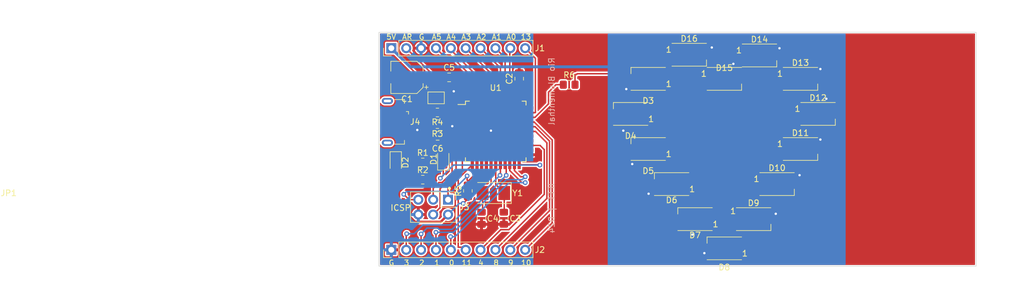
<source format=kicad_pcb>
(kicad_pcb (version 20240108) (generator "pcbnew") (generator_version "8.0")
  (layers (0 "F.Cu" signal) (31 "B.Cu" signal) (34 "B.Paste" user) (35 "F.Paste" user) (36 "B.SilkS" user "B.Silkscreen") (37 "F.SilkS" user "F.Silkscreen") (38 "B.Mask" user) (39 "F.Mask" user) (44 "Edge.Cuts" user))
  (net 0 "")
  (net 1 "+5V")
  (net 2 "GND")
  (net 3 "Net-(U1-XTAL1)")
  (net 4 "Net-(U1-XTAL2)")
  (net 5 "Net-(U1-UCAP)")
  (net 6 "/TXLED")
  (net 7 "/RXLED")
  (net 8 "/MISO")
  (net 9 "/SCK")
  (net 10 "/MOSI")
  (net 11 "/RESET")
  (net 12 "Net-(J4-VBUS)")
  (net 13 "/U_D-")
  (net 14 "/U_D+")
  (net 17 "/D+")
  (net 18 "/D-")
  (net 19 "/LED_DIN")
  (net 20 "/AREF")
  (net 21 "/A0")
  (net 22 "/A1")
  (net 23 "/A2")
  (net 24 "/A3")
  (net 25 "/A4")
  (net 26 "/A5")
  (net 28 "/D13")
  (net 29 "/D3")
  (net 30 "/D2")
  (net 31 "/D0")
  (net 32 "/D1")
  (net 33 "/D4")
  (net 34 "/D11")
  (net 36 "/D8")
  (net 37 "/D9")
  (net 39 "/D10")
  (net 40 "Net-(D1-A)")
  (net 41 "Net-(D2-A)")
  (net 42 "Net-(D3-DOUT)")
  (net 43 "Net-(D3-DIN)")
  (net 44 "Net-(D4-DOUT)")
  (net 45 "Net-(D5-DOUT)")
  (net 46 "Net-(D6-DOUT)")
  (net 47 "Net-(D7-DOUT)")
  (net 48 "Net-(D8-DOUT)")
  (net 49 "/D9_DOUT")
  (net 50 "Net-(D10-DOUT)")
  (net 51 "Net-(D11-DOUT)")
  (net 52 "Net-(D12-DOUT)")
  (net 53 "Net-(D13-DOUT)")
  (net 54 "Net-(D14-DOUT)")
  (net 55 "Net-(D15-DOUT)")
  (net 56 "/D16_DOUT")
  (footprint "LOGO" (layer "F.Cu") (at 125.95 162)
    (property "Reference" "G***" (hide yes))
    (property "Value" "LOGO" (hide yes))
  )
  (footprint "LED_SMD:LED_SK6812MINI_PLCC4_3.5x3.5mm_P1.75mm" (layer "F.Cu") (at 112 157.25)
    (property "Reference" "D9")
    (property "Value" "SK6812MINI")
  )
  (footprint "LED_SMD:LED_0805_2012Metric_Pad1.15x1.40mm_HandSolder" (layer "F.Cu") (at 50.885 147.573 -90)
    (property "Reference" "D2")
    (property "Value" "RX")
  )
  (footprint "LED_SMD:LED_SK6812MINI_PLCC4_3.5x3.5mm_P1.75mm" (layer "F.Cu") (at 120 133.25)
    (property "Reference" "D13")
    (property "Value" "SK6812MINI")
  )
  (footprint "LED_SMD:LED_SK6812MINI_PLCC4_3.5x3.5mm_P1.75mm" (layer "F.Cu") (at 102 157.25 180)
    (property "Reference" "D7")
    (property "Value" "SK6812MINI")
  )
  (footprint "Resistor_SMD:R_0805_2012Metric_Pad1.20x1.40mm_HandSolder" (layer "F.Cu") (at 63.204 152.415 90)
    (property "Reference" "R5")
    (property "Value" "10k")
  )
  (footprint "LED_SMD:LED_SK6812MINI_PLCC4_3.5x3.5mm_P1.75mm" (layer "F.Cu") (at 94 133.25 180)
    (property "Reference" "D3")
    (property "Value" "SK6812MINI")
  )
  (footprint "Jumper:SolderJumper-2_P1.3mm_Open_TrianglePad1.0x1.5mm" (layer "F.Cu") (at 57.775 136.5)
    (property "Reference" "JP1")
    (property "Value" "Jumper_2_Open")
  )
  (footprint "LED_SMD:LED_SK6812MINI_PLCC4_3.5x3.5mm_P1.75mm" (layer "F.Cu") (at 94 145.25 180)
    (property "Reference" "D5")
    (property "Value" "SK6812MINI")
  )
  (footprint "Resistor_SMD:R_0805_2012Metric_Pad1.20x1.40mm_HandSolder" (layer "F.Cu") (at 58 141 180)
    (property "Reference" "R3")
    (property "Value" "22")
  )
  (footprint "Resistor_SMD:R_0805_2012Metric_Pad1.20x1.40mm_HandSolder" (layer "F.Cu") (at 55.5 150.5)
    (property "Reference" "R2")
    (property "Value" "100")
  )
  (footprint "LED_SMD:LED_SK6812MINI_PLCC4_3.5x3.5mm_P1.75mm" (layer "F.Cu") (at 91 139.25 180)
    (property "Reference" "D4")
    (property "Value" "SK6812MINI")
  )
  (footprint "Capacitor_SMD:C_0805_2012Metric_Pad1.18x1.45mm_HandSolder" (layer "F.Cu") (at 69.342 157.099 -90)
    (property "Reference" "C3")
    (property "Value" "22pF")
  )
  (footprint "Resistor_SMD:R_0805_2012Metric_Pad1.20x1.40mm_HandSolder" (layer "F.Cu") (at 80.5 134.25)
    (property "Reference" "R6")
    (property "Value" "470")
  )
  (footprint "Connector_PinHeader_2.54mm:PinHeader_2x03_P2.54mm_Vertical" (layer "F.Cu") (at 59.817 153.924 -90)
    (property "Reference" "J3")
    (property "Value" "ICSP")
  )
  (footprint "Crystal:Crystal_SMD_5032-2Pin_5.0x3.2mm" (layer "F.Cu") (at 67.564 152.781 180)
    (property "Reference" "Y1")
    (property "Value" "16MHz")
  )
  (footprint "Resistor_SMD:R_0805_2012Metric_Pad1.20x1.40mm_HandSolder" (layer "F.Cu") (at 55.5 147.55)
    (property "Reference" "R1")
    (property "Value" "100")
  )
  (footprint "Capacitor_SMD:C_0805_2012Metric_Pad1.18x1.45mm_HandSolder" (layer "F.Cu") (at 71.967 133.222 90)
    (property "Reference" "C2")
    (property "Value" "1uF")
  )
  (footprint "LED_SMD:LED_SK6812MINI_PLCC4_3.5x3.5mm_P1.75mm" (layer "F.Cu") (at 98 151.25 180)
    (property "Reference" "D6")
    (property "Value" "SK6812MINI")
  )
  (footprint "Connector_PinHeader_2.54mm:PinHeader_1x10_P2.54mm_Vertical" (layer "F.Cu") (at 50.13 128 90)
    (property "Reference" "J1")
    (property "Value" "Conn_01x10")
  )
  (footprint "LOGO" (layer "F.Cu") (at 142.15 161.8)
    (property "Reference" "G***" (hide yes))
    (property "Value" "LOGO" (hide yes))
  )
  (footprint "Resistor_SMD:R_0805_2012Metric_Pad1.20x1.40mm_HandSolder" (layer "F.Cu") (at 58 139 180)
    (property "Reference" "R4")
    (property "Value" "22")
  )
  (footprint "Capacitor_SMD:CP_Elec_5x5.3" (layer "F.Cu") (at 52.8 133 180)
    (property "Reference" "C1")
    (property "Value" "100uF")
  )
  (footprint "Capacitor_SMD:C_0805_2012Metric_Pad1.18x1.45mm_HandSolder" (layer "F.Cu") (at 65.532 157.099 -90)
    (property "Reference" "C4")
    (property "Value" "22pF")
  )
  (footprint "Connector_PinHeader_2.54mm:PinHeader_1x10_P2.54mm_Vertical" (layer "F.Cu") (at 50.13 162.5 90)
    (property "Reference" "J2")
    (property "Value" "Conn_01x10")
  )
  (footprint "Connector_USB:USB_Micro-B_GCT_USB3076-30-A" (layer "F.Cu") (at 50.659 140.607 -90)
    (property "Reference" "J4")
    (property "Value" "USB_B_Micro")
  )
  (footprint "LED_SMD:LED_SK6812MINI_PLCC4_3.5x3.5mm_P1.75mm" (layer "F.Cu") (at 113 129.25)
    (property "Reference" "D14")
    (property "Value" "SK6812MINI")
  )
  (footprint "LED_SMD:LED_SK6812MINI_PLCC4_3.5x3.5mm_P1.75mm" (layer "F.Cu") (at 116 151.25)
    (property "Reference" "D10")
    (property "Value" "SK6812MINI")
  )
  (footprint "Capacitor_SMD:C_0805_2012Metric_Pad1.18x1.45mm_HandSolder" (layer "F.Cu") (at 60 133)
    (property "Reference" "C5")
    (property "Value" "0.1uF")
  )
  (footprint "Capacitor_SMD:C_0805_2012Metric_Pad1.18x1.45mm_HandSolder" (layer "F.Cu") (at 58.0375 143 180)
    (property "Reference" "C6")
    (property "Value" "1uF")
  )
  (footprint "LED_SMD:LED_SK6812MINI_PLCC4_3.5x3.5mm_P1.75mm" (layer "F.Cu") (at 120 145.25)
    (property "Reference" "D11")
    (property "Value" "SK6812MINI")
  )
  (footprint "LED_SMD:LED_SK6812MINI_PLCC4_3.5x3.5mm_P1.75mm" (layer "F.Cu") (at 123 139.25)
    (property "Reference" "D12")
    (property "Value" "SK6812MINI")
  )
  (footprint "LED_SMD:LED_SK6812MINI_PLCC4_3.5x3.5mm_P1.75mm" (layer "F.Cu") (at 107 162.25 180)
    (property "Reference" "D8")
    (property "Value" "SK6812MINI")
  )
  (footprint "LED_SMD:LED_0805_2012Metric_Pad1.15x1.40mm_HandSolder" (layer "F.Cu") (at 59 147 90)
    (property "Reference" "D1")
    (property "Value" "TX")
  )
  (footprint "LED_SMD:LED_SK6812MINI_PLCC4_3.5x3.5mm_P1.75mm" (layer "F.Cu") (at 101 129.125)
    (property "Reference" "D16")
    (property "Value" "SK6812MINI")
  )
  (footprint "Package_QFP:TQFP-44_10x10mm_P0.8mm" (layer "F.Cu") (at 67.96 142.24)
    (property "Reference" "U1")
    (property "Value" "ATmega32U4-A")
  )
  (footprint "LED_SMD:LED_SK6812MINI_PLCC4_3.5x3.5mm_P1.75mm" (layer "F.Cu") (at 107 133.25)
    (property "Reference" "D15")
    (property "Value" "SK6812MINI")
  )
  (gr_rect (start 48.006 125.292) (end 150.006 165.292) (stroke (width 0.1)) (fill none) (layer "Edge.Cuts"))
  (gr_text "IEEE | D24" (at 78.1 151 90) (layer "B.SilkS") (effects (font (size 1 1)) (justify left bottom mirror)))
  (gr_text "Rio Blumenthal" (at 78.1 129.5 90) (layer "B.SilkS") (effects (font (size 1 1) (thickness 0.15) (bold yes)) (justify left bottom mirror)))
  (gr_text "." (at 59.45 152.25 0) (layer "F.SilkS") (effects (font (size 1.5 1.5) (thickness 0.375) (bold yes)) (justify left bottom)))
  (gr_text "8" (at 67.5 165.25 0) (layer "F.SilkS") (effects (font (size 0.9 0.9)) (justify left bottom)))
  (gr_text "1" (at 57.4 165.25 0) (layer "F.SilkS") (effects (font (size 0.9 0.9)) (justify left bottom)))
  (gr_text "13" (at 72.15 126.6 0) (layer "F.SilkS") (effects (font (size 0.9 0.9)) (justify left bottom)))
  (gr_text "ICSP" (at 49.9 155.9 0) (layer "F.SilkS") (effects (font (size 1 1)) (justify left bottom)))
  (gr_text "A3" (at 62 126.6 0) (layer "F.SilkS") (effects (font (size 0.9 0.9)) (justify left bottom)))
  (gr_text "A2" (at 64.6 126.6 0) (layer "F.SilkS") (effects (font (size 0.9 0.9)) (justify left bottom)))
  (gr_text "9" (at 70 165.25 0) (layer "F.SilkS") (effects (font (size 0.9 0.9)) (justify left bottom)))
  (gr_text "A5" (at 56.95 126.6 0) (layer "F.SilkS") (effects (font (size 0.9 0.9)) (justify left bottom)))
  (gr_text "AR" (at 51.9 126.6 0) (layer "F.SilkS") (effects (font (size 0.9 0.9)) (justify left bottom)))
  (gr_text "3" (at 52.2 165.25 0) (layer "F.SilkS") (effects (font (size 0.9 0.9)) (justify left bottom)))
  (gr_text "4" (at 64.9 165.25 0) (layer "F.SilkS") (effects (font (size 0.9 0.9)) (justify left bottom)))
  (gr_text "5V" (at 49.2 126.6 0) (layer "F.SilkS") (effects (font (size 0.9 0.9)) (justify left bottom)))
  (gr_text "A0" (at 69.7 126.6 0) (layer "F.SilkS") (effects (font (size 0.9 0.9)) (justify left bottom)))
  (gr_text "G" (at 54.75 126.6 0) (layer "F.SilkS") (effects (font (size 0.9 0.9)) (justify left bottom)))
  (gr_text "A4" (at 59.45 126.6 0) (layer "F.SilkS") (effects (font (size 0.9 0.9)) (justify left bottom)))
  (gr_text "A1" (at 67.2 126.6 0) (layer "F.SilkS") (effects (font (size 0.9 0.9)) (justify left bottom)))
  (gr_text "G" (at 49.6 165.25 0) (layer "F.SilkS") (effects (font (size 0.9 0.9)) (justify left bottom)))
  (gr_text "10" (at 72.2 165.25 0) (layer "F.SilkS") (effects (font (size 0.9 0.9)) (justify left bottom)))
  (gr_text "0" (at 59.9 165.25 0) (layer "F.SilkS") (effects (font (size 0.9 0.9)) (justify left bottom)))
  (gr_text "2" (at 54.8 165.25 0) (layer "F.SilkS") (effects (font (size 0.9 0.9)) (justify left bottom)))
  (gr_text "11" (at 62.05 165.25 0) (layer "F.SilkS") (effects (font (size 0.9 0.9)) (justify left bottom)))
  (segment (start 63.96 138.34) (end 63.96 136.54) (width 0.25) (layer "F.Cu") (net 1))
  (segment (start 94.847 152.125) (end 94.065 152.907) (width 0.25) (layer "F.Cu") (net 1))
  (segment (start 104.498 128.25) (end 104.86 127.888) (width 0.25) (layer "F.Cu") (net 1))
  (segment (start 56.5 150.5) (end 55.4 151.6) (width 0.4) (layer "F.Cu") (net 1))
  (segment (start 96.25 152.125) (end 94.847 152.125) (width 0.25) (layer "F.Cu") (net 1))
  (segment (start 113.75 156.375) (end 115.743 156.375) (width 0.25) (layer "F.Cu") (net 1))
  (segment (start 51.45 152.596) (end 51.45 154.996) (width 0.4) (layer "F.Cu") (net 1))
  (segment (start 50.13 128) (end 50.13 128.13) (width 0.25) (layer "F.Cu") (net 1))
  (segment (start 71.96 136.54) (end 71.96 144.74) (width 0.25) (layer "F.Cu") (net 1))
  (segment (start 63.26 139.04) (end 63.96 138.34) (width 0.25) (layer "F.Cu") (net 1))
  (segment (start 124.75 138.375) (end 124.75 136.983) (width 0.25) (layer "F.Cu") (net 1))
  (segment (start 56.5 147.55) (end 56.5 150.5) (width 0.4) (layer "F.Cu") (net 1))
  (segment (start 71.96 136.54) (end 71.96 134.2665) (width 0.25) (layer "F.Cu") (net 1))
  (segment (start 63.023 143.04) (end 62.26 143.04) (width 0.25) (layer "F.Cu") (net 1))
  (segment (start 119.203 150.375) (end 119.846 149.732) (width 0.25) (layer "F.Cu") (net 1))
  (segment (start 100.25 158.125) (end 100.25 158.584) (width 0.25) (layer "F.Cu") (net 1))
  (segment (start 56.5 133) (end 58.5 135) (width 0.25) (layer "F.Cu") (net 1))
  (segment (start 50.13 128.13) (end 55 133) (width 0.25) (layer "F.Cu") (net 1))
  (segment (start 55.4 151.6) (end 52.446 151.6) (width 0.4) (layer "F.Cu") (net 1))
  (segment (start 62.26 139.04) (end 63.26 139.04) (width 0.25) (layer "F.Cu") (net 1))
  (segment (start 62.26 143.04) (end 63.26 143.04) (width 0.25) (layer "F.Cu") (net 1))
  (segment (start 55 133) (end 56.5 133) (width 0.25) (layer "F.Cu") (net 1))
  (segment (start 63.335 139.115) (end 63.335 142.728) (width 0.25) (layer "F.Cu") (net 1))
  (segment (start 122.663 144.375) (end 123.402 143.636) (width 0.25) (layer "F.Cu") (net 1))
  (segment (start 105.25 163.125) (end 103.648 163.125) (width 0.25) (layer "F.Cu") (net 1))
  (segment (start 63.335 142.728) (end 63.023 143.04) (width 0.25) (layer "F.Cu") (net 1))
  (segment (start 62.962042 154) (end 63.25 154) (width 0.25) (layer "F.Cu") (net 1))
  (segment (start 89.25 140.125) (end 89.25 141.615) (width 0.25) (layer "F.Cu") (net 1))
  (segment (start 102.75 128.25) (end 104.498 128.25) (width 0.25) (layer "F.Cu") (net 1))
  (segment (start 71.885 137.615) (end 64.035 137.615) (width 0.25) (layer "F.Cu") (net 1))
  (segment (start 52.446 151.6) (end 51.45 152.596) (width 0.4) (layer "F.Cu") (net 1))
  (segment (start 100.25 158.584) (end 101.558 159.892) (width 0.25) (layer "F.Cu") (net 1))
  (segment (start 58.5 136.5) (end 61.04 139.04) (width 0.25) (layer "F.Cu") (net 1))
  (segment (start 63.96 137.54) (end 63.96 136.54) (width 0.25) (layer "F.Cu") (net 1))
  (segment (start 51.45 154.996) (end 54.168 157.714) (width 0.4) (layer "F.Cu") (net 1))
  (segment (start 92.25 146.125) (end 92.25 146.848) (width 0.25) (layer "F.Cu") (net 1))
  (segment (start 58.5 135) (end 58.5 136.5) (width 0.25) (layer "F.Cu") (net 1))
  (segment (start 108.75 130.889) (end 108.543 130.682) (width 0.25) (layer "F.Cu") (net 1))
  (segment (start 64.035 137.615) (end 63.96 137.54) (width 0.25) (layer "F.Cu") (net 1))
  (segment (start 63.26 139.04) (end 63.335 139.115) (width 0.25) (layer "F.Cu") (net 1))
  (segment (start 63.26 143.04) (end 65.56 145.34) (width 0.25) (layer "F.Cu") (net 1))
  (segment (start 121.75 132.375) (end 122.598 132.375) (width 0.25) (layer "F.Cu") (net 1))
  (segment (start 65.56 150.085) (end 65.56 147.94) (width 0.25) (layer "F.Cu") (net 1))
  (segment (start 115.743 156.375) (end 115.782 156.336) (width 0.25) (layer "F.Cu") (net 1))
  (segment (start 124.75 136.983) (end 124.418 136.651) (width 0.25) (layer "F.Cu") (net 1))
  (segment (start 54.168 157.714) (end 58.567 157.714) (width 0.4) (layer "F.Cu") (net 1))
  (segment (start 91.13 134.125) (end 90.255 135) (width 0.25) (layer "F.Cu") (net 1))
  (segment (start 117.75 150.375) (end 119.203 150.375) (width 0.25) (layer "F.Cu") (net 1))
  (segment (start 62.404042 154.558) (end 62.962042 154) (width 0.25) (layer "F.Cu") (net 1))
  (segment (start 64.275 151.37) (end 65.56 150.085) (width 0.25) (layer "F.Cu") (net 1))
  (segment (start 71.96 137.54) (end 71.885 137.615) (width 0.25) (layer "F.Cu") (net 1))
  (segment (start 92.25 134.125) (end 91.13 134.125) (width 0.25) (layer "F.Cu") (net 1))
  (segment (start 65.56 145.34) (end 65.56 147.94) (width 0.25) (layer "F.Cu") (net 1))
  (segment (start 58.567 157.714) (end 59.817 156.464) (width 0.4) (layer "F.Cu") (net 1))
  (segment (start 71.96 136.54) (end 71.96 137.54) (width 0.25) (layer "F.Cu") (net 1))
  (segment (start 103.648 163.125) (end 103.59 163.067) (width 0.25) (layer "F.Cu") (net 1))
  (segment (start 114.75 128.375) (end 116.057 128.375) (width 0.25) (layer "F.Cu") (net 1))
  (segment (start 121.75 144.375) (end 122.663 144.375) (width 0.25) (layer "F.Cu") (net 1))
  (segment (start 122.598 132.375) (end 123.402 131.571) (width 0.25) (layer "F.Cu") (net 1))
  (segment (start 71.96 144.74) (end 72.66 145.44) (width 0.25) (layer "F.Cu") (net 1))
  (segment (start 63.25 154) (end 64.275 152.975) (width 0.25) (layer "F.Cu") (net 1))
  (segment (start 116.057 128.375) (end 116.417 128.015) (width 0.25) (layer "F.Cu") (net 1))
  (segment (start 108.75 132.375) (end 108.75 130.889) (width 0.25) (layer "F.Cu") (net 1))
  (segment (start 61.04 139.04) (end 62.26 139.04) (width 0.25) (layer "F.Cu") (net 1))
  (segment (start 71.96 134.2665) (end 71.967 134.2595) (width 0.25) (layer "F.Cu") (net 1))
  (segment (start 72.66 145.44) (end 73.66 145.44) (width 0.25) (layer "F.Cu") (net 1))
  (segment (start 92.25 146.848) (end 91.271 147.827) (width 0.25) (layer "F.Cu") (net 1))
  (segment (start 89.25 141.615) (end 89.747 142.112) (width 0.25) (layer "F.Cu") (net 1))
  (segment (start 64.275 152.975) (end 64.275 151.37) (width 0.25) (layer "F.Cu") (net 1))
  (via (at 103.59 163.067) (size 0.8) (drill 0.4) (layers "F.Cu" "B.Cu") (net 1))
  (via (at 115.782 156.336) (size 0.8) (drill 0.4) (layers "F.Cu" "B.Cu") (net 1))
  (via (at 90.255 135) (size 0.8) (drill 0.4) (layers "F.Cu" "B.Cu") (net 1))
  (via (at 104.86 127.888) (size 0.8) (drill 0.4) (layers "F.Cu" "B.Cu") (net 1))
  (via (at 108.543 130.682) (size 0.8) (drill 0.4) (layers "F.Cu" "B.Cu") (net 1))
  (via (at 123.402 143.636) (size 0.8) (drill 0.4) (layers "F.Cu" "B.Cu") (net 1))
  (via (at 62.404042 154.558) (size 0.8) (drill 0.4) (layers "F.Cu" "B.Cu") (net 1))
  (via (at 116.417 128.015) (size 0.8) (drill 0.4) (layers "F.Cu" "B.Cu") (net 1))
  (via (at 89.747 142.112) (size 0.8) (drill 0.4) (layers "F.Cu" "B.Cu") (net 1))
  (via (at 94.065 152.907) (size 0.8) (drill 0.4) (layers "F.Cu" "B.Cu") (net 1))
  (via (at 124.418 136.651) (size 0.8) (drill 0.4) (layers "F.Cu" "B.Cu") (net 1))
  (via (at 101.558 159.892) (size 0.8) (drill 0.4) (layers "F.Cu" "B.Cu") (net 1))
  (via (at 119.846 149.732) (size 0.8) (drill 0.4) (layers "F.Cu" "B.Cu") (net 1))
  (via (at 91.271 147.827) (size 0.8) (drill 0.4) (layers "F.Cu" "B.Cu") (net 1))
  (via (at 123.402 131.571) (size 0.8) (drill 0.4) (layers "F.Cu" "B.Cu") (net 1))
  (segment (start 116.417 128.015) (end 116.544 128.142) (width 0.25) (layer "B.Cu") (net 1))
  (segment (start 53.32 131.19) (end 88.096 131.19) (width 0.5) (layer "B.Cu") (net 1))
  (segment (start 61.723 154.558) (end 59.817 156.464) (width 0.25) (layer "B.Cu") (net 1))
  (segment (start 62.404042 154.558) (end 61.723 154.558) (width 0.25) (layer "B.Cu") (net 1))
  (segment (start 108.543 130.682) (end 108.797 130.428) (width 0.25) (layer "B.Cu") (net 1))
  (segment (start 50.13 128) (end 53.32 131.19) (width 0.5) (layer "B.Cu") (net 1))
  (via (at 67.141 142.112) (size 0.8) (drill 0.4) (layers "F.Cu" "B.Cu") (net 2))
  (via (at 54.563 141.996) (size 0.8) (drill 0.4) (layers "F.Cu" "B.Cu") (net 2))
  (via (at 60.791 135.381) (size 0.8) (drill 0.4) (layers "F.Cu" "B.Cu") (net 2))
  (via (at 60.537 141.35) (size 0.8) (drill 0.4) (layers "F.Cu" "B.Cu") (net 2))
  (segment (start 69.414 155.9895) (end 69.342 156.0615) (width 0.25) (layer "F.Cu") (net 3))
  (segment (start 67.96 151.327) (end 69.414 152.781) (width 0.25) (layer "F.Cu") (net 3))
  (segment (start 67.96 147.94) (end 67.96 151.327) (width 0.25) (layer "F.Cu") (net 3))
  (segment (start 69.414 152.781) (end 69.414 155.9895) (width 0.25) (layer "F.Cu") (net 3))
  (segment (start 65.714 152.781) (end 65.714 155.8795) (width 0.25) (layer "F.Cu") (net 4))
  (segment (start 65.714 155.8795) (end 65.532 156.0615) (width 0.25) (layer "F.Cu") (net 4))
  (segment (start 67.16 147.94) (end 67.16 151.335) (width 0.25) (layer "F.Cu") (net 4))
  (segment (start 67.16 151.335) (end 65.714 152.781) (width 0.25) (layer "F.Cu") (net 4))
  (segment (start 59.835 142.24) (end 62.26 142.24) (width 0.25) (layer "F.Cu") (net 5))
  (segment (start 59.075 143) (end 59.835 142.24) (width 0.25) (layer "F.Cu") (net 5))
  (segment (start 75.44 147.94) (end 71.96 147.94) (width 0.25) (layer "F.Cu") (net 6))
  (segment (start 75.5 148) (end 75.44 147.94) (width 0.25) (layer "F.Cu") (net 6))
  (segment (start 59 149.75) (end 58.5 150.25) (width 0.25) (layer "F.Cu") (net 6))
  (segment (start 59 148.025) (end 59 149.75) (width 0.25) (layer "F.Cu") (net 6))
  (via (at 75.5 148) (size 0.8) (drill 0.4) (layers "F.Cu" "B.Cu") (net 6))
  (via (at 58.5 150.25) (size 0.8) (drill 0.4) (layers "F.Cu" "B.Cu") (net 6))
  (segment (start 58.5 150.25) (end 60.75 148) (width 0.25) (layer "B.Cu") (net 6))
  (segment (start 60.75 148) (end 75.5 148) (width 0.25) (layer "B.Cu") (net 6))
  (segment (start 52.358 145.075) (end 50.885 146.548) (width 0.25) (layer "F.Cu") (net 7))
  (segment (start 59.925 145.075) (end 52.358 145.075) (width 0.25) (layer "F.Cu") (net 7))
  (segment (start 59.925 145.075) (end 61.16 143.84) (width 0.25) (layer "F.Cu") (net 7))
  (segment (start 61.16 143.84) (end 62.26 143.84) (width 0.25) (layer "F.Cu") (net 7))
  (segment (start 62.26 148.876396) (end 62.26 146.24) (width 0.25) (layer "F.Cu") (net 8))
  (segment (start 59.817 153.924) (end 59.817 151.319396) (width 0.25) (layer "F.Cu") (net 8))
  (segment (start 59.817 151.319396) (end 62.26 148.876396) (width 0.25) (layer "F.Cu") (net 8))
  (segment (start 60.5 149.275305) (end 58.800305 150.975) (width 0.25) (layer "F.Cu") (net 9))
  (segment (start 58.800305 150.975) (end 58.275 150.975) (width 0.25) (layer "F.Cu") (net 9))
  (segment (start 57.277 151.973) (end 57.277 153.924) (width 0.25) (layer "F.Cu") (net 9))
  (segment (start 58.275 150.975) (end 57.277 151.973) (width 0.25) (layer "F.Cu") (net 9))
  (segment (start 57.277 153.924) (end 57.75 153.451) (width 0.25) (layer "F.Cu") (net 9))
  (segment (start 62.26 144.64) (end 61.11 144.64) (width 0.25) (layer "F.Cu") (net 9))
  (segment (start 60.5 145.25) (end 60.5 149.275305) (width 0.25) (layer "F.Cu") (net 9))
  (segment (start 61.11 144.64) (end 60.5 145.25) (width 0.25) (layer "F.Cu") (net 9))
  (segment (start 61.26 145.44) (end 62.26 145.44) (width 0.25) (layer "F.Cu") (net 10))
  (segment (start 61.185 145.515) (end 61.26 145.44) (width 0.25) (layer "F.Cu") (net 10))
  (segment (start 61.185 149.315) (end 61.185 145.515) (width 0.25) (layer "F.Cu") (net 10))
  (segment (start 58.452 155.289) (end 58.452 152.048) (width 0.25) (layer "F.Cu") (net 10))
  (segment (start 57.277 156.464) (end 58.452 155.289) (width 0.25) (layer "F.Cu") (net 10))
  (segment (start 58.452 152.048) (end 61.185 149.315) (width 0.25) (layer "F.Cu") (net 10))
  (segment (start 63.071653 149.853653) (end 63.071653 150.571653) (width 0.25) (layer "F.Cu") (net 11))
  (segment (start 63.25 150.75) (end 64.76 149.24) (width 0.25) (layer "F.Cu") (net 11))
  (segment (start 53.174 153.924) (end 52.25 153) (width 0.25) (layer "F.Cu") (net 11))
  (segment (start 54.737 153.924) (end 53.174 153.924) (width 0.25) (layer "F.Cu") (net 11))
  (segment (start 63.071653 150.571653) (end 63.25 150.75) (width 0.25) (layer "F.Cu") (net 11))
  (segment (start 64.76 149.24) (end 64.76 147.94) (width 0.25) (layer "F.Cu") (net 11))
  (via (at 63.071653 149.853653) (size 0.8) (drill 0.4) (layers "F.Cu" "B.Cu") (net 11))
  (via (at 52.25 153) (size 0.8) (drill 0.4) (layers "F.Cu" "B.Cu") (net 11))
  (segment (start 63.071653 149.853653) (end 63.071653 149.928347) (width 0.25) (layer "B.Cu") (net 11))
  (segment (start 52.724 152.526) (end 52.25 153) (width 0.25) (layer "B.Cu") (net 11))
  (segment (start 60.474 152.526) (end 52.724 152.526) (width 0.25) (layer "B.Cu") (net 11))
  (segment (start 63.071653 149.928347) (end 60.474 152.526) (width 0.25) (layer "B.Cu") (net 11))
  (segment (start 54.243 139.307) (end 57.05 136.5) (width 0.25) (layer "F.Cu") (net 12))
  (segment (start 51.977 139.318) (end 54.111 139.318) (width 0.25) (layer "F.Cu") (net 12))
  (segment (start 56.043 139.957) (end 57 139) (width 0.2) (layer "F.Cu") (net 13))
  (segment (start 52.109 139.957) (end 56.043 139.957) (width 0.2) (layer "F.Cu") (net 13))
  (segment (start 56.607 140.607) (end 57 141) (width 0.2) (layer "F.Cu") (net 14))
  (segment (start 52.109 140.607) (end 56.607 140.607) (width 0.2) (layer "F.Cu") (net 14))
  (segment (start 59.36 140.64) (end 62.26 140.64) (width 0.2) (layer "F.Cu") (net 17))
  (segment (start 59 141) (end 59.36 140.64) (width 0.2) (layer "F.Cu") (net 17))
  (segment (start 60 139) (end 60.84 139.84) (width 0.2) (layer "F.Cu") (net 18))
  (segment (start 59 139) (end 60 139) (width 0.2) (layer "F.Cu") (net 18))
  (segment (start 60.84 139.84) (end 62.26 139.84) (width 0.2) (layer "F.Cu") (net 18))
  (segment (start 78.25 134.25) (end 76.975 135.525) (width 0.25) (layer "F.Cu") (net 19))
  (segment (start 76.975 137.525) (end 74.66 139.84) (width 0.25) (layer "F.Cu") (net 19))
  (segment (start 79.5 134.25) (end 78.25 134.25) (width 0.25) (layer "F.Cu") (net 19))
  (segment (start 76.975 135.525) (end 76.975 137.525) (width 0.25) (layer "F.Cu") (net 19))
  (segment (start 74.66 139.84) (end 73.66 139.84) (width 0.25) (layer "F.Cu") (net 19))
  (segment (start 57.67 133) (end 58.9625 133) (width 0.25) (layer "F.Cu") (net 20))
  (segment (start 58.9625 133) (end 60.0125 134.05) (width 0.25) (layer "F.Cu") (net 20))
  (segment (start 64.07 134.05) (end 65.56 135.54) (width 0.25) (layer "F.Cu") (net 20))
  (segment (start 65.56 135.54) (end 65.56 136.54) (width 0.25) (layer "F.Cu") (net 20))
  (segment (start 52.67 128) (end 57.67 133) (width 0.25) (layer "F.Cu") (net 20))
  (segment (start 60.0125 134.05) (end 64.07 134.05) (width 0.25) (layer "F.Cu") (net 20))
  (segment (start 70.36 136.54) (end 70.36 128.09) (width 0.25) (layer "F.Cu") (net 21))
  (segment (start 70.36 128.09) (end 70.45 128) (width 0.25) (layer "F.Cu") (net 21))
  (segment (start 69.56 129.65) (end 67.91 128) (width 0.25) (layer "F.Cu") (net 22))
  (segment (start 69.56 136.54) (end 69.56 129.65) (width 0.25) (layer "F.Cu") (net 22))
  (segment (start 68.76 136.54) (end 68.76 131.39) (width 0.25) (layer "F.Cu") (net 23))
  (segment (start 68.76 131.39) (end 65.37 128) (width 0.25) (layer "F.Cu") (net 23))
  (segment (start 67.96 133.13) (end 62.83 128) (width 0.25) (layer "F.Cu") (net 24))
  (segment (start 67.96 136.54) (end 67.96 133.13) (width 0.25) (layer "F.Cu") (net 24))
  (segment (start 60 128) (end 67.16 135.16) (width 0.25) (layer "F.Cu") (net 25))
  (segment (start 67.16 135.16) (end 67.16 136.54) (width 0.25) (layer "F.Cu") (net 25))
  (segment (start 60.29 128) (end 60 128) (width 0.25) (layer "F.Cu") (net 25))
  (segment (start 60.175 129.175) (end 58.925 129.175) (width 0.25) (layer "F.Cu") (net 26))
  (segment (start 58.925 129.175) (end 57.75 128) (width 0.25) (layer "F.Cu") (net 26))
  (segment (start 66.36 136.54) (end 66.36 135.36) (width 0.25) (layer "F.Cu") (net 26))
  (segment (start 57.75 128) (end 58.1326 128) (width 0.25) (layer "F.Cu") (net 26))
  (segment (start 66.36 135.36) (end 60.175 129.175) (width 0.25) (layer "F.Cu") (net 26))
  (segment (start 74.735 129.745) (end 72.99 128) (width 0.25) (layer "F.Cu") (net 28))
  (segment (start 73.66 139.04) (end 74.66 139.04) (width 0.25) (layer "F.Cu") (net 28))
  (segment (start 74.735 138.965) (end 74.735 129.745) (width 0.25) (layer "F.Cu") (net 28))
  (segment (start 74.66 139.04) (end 74.735 138.965) (width 0.25) (layer "F.Cu") (net 28))
  (segment (start 52.67 159.83) (end 52.75 159.75) (width 0.25) (layer "F.Cu") (net 29))
  (segment (start 52.67 162.5) (end 52.67 159.83) (width 0.25) (layer "F.Cu") (net 29))
  (segment (start 68.76 149.675) (end 68.685 149.75) (width 0.25) (layer "F.Cu") (net 29))
  (segment (start 68.76 147.94) (end 68.76 149.675) (width 0.25) (layer "F.Cu") (net 29))
  (via (at 68.685 149.75) (size 0.8) (drill 0.4) (layers "F.Cu" "B.Cu") (net 29))
  (via (at 52.75 159.75) (size 0.8) (drill 0.4) (layers "F.Cu" "B.Cu") (net 29))
  (segment (start 60.185 158.25) (end 68.685 149.75) (width 0.25) (layer "B.Cu") (net 29))
  (segment (start 54.02635 159.75) (end 55.526351 158.25) (width 0.25) (layer "B.Cu") (net 29))
  (segment (start 55.526351 158.25) (end 60.185 158.25) (width 0.25) (layer "B.Cu") (net 29))
  (segment (start 52.75 159.75) (end 54.02635 159.75) (width 0.25) (layer "B.Cu") (net 29))
  (segment (start 55.25 159.75) (end 55.21 159.79) (width 0.25) (layer "F.Cu") (net 30))
  (segment (start 55.21 162.5) (end 55.21 159.79) (width 0.25) (layer "F.Cu") (net 30))
  (segment (start 69.75 148.13) (end 69.56 147.94) (width 0.25) (layer "F.Cu") (net 30))
  (segment (start 69.75 149.75) (end 69.75 148.13) (width 0.25) (layer "F.Cu") (net 30))
  (via (at 55.21 159.79) (size 0.8) (drill 0.4) (layers "F.Cu" "B.Cu") (net 30))
  (via (at 69.75 149.75) (size 0.8) (drill 0.4) (layers "F.Cu" "B.Cu") (net 30))
  (segment (start 58.275305 159) (end 60.5 159) (width 0.25) (layer "B.Cu") (net 30))
  (segment (start 55.21 159.79) (end 56.225 158.775) (width 0.25) (layer "B.Cu") (net 30))
  (segment (start 60.5 159) (end 69.75 149.75) (width 0.25) (layer "B.Cu") (net 30))
  (segment (start 58.050305 158.775) (end 58.275305 159) (width 0.25) (layer "B.Cu") (net 30))
  (segment (start 56.225 158.775) (end 58.050305 158.775) (width 0.25) (layer "B.Cu") (net 30))
  (segment (start 72.42 151) (end 70.36 148.94) (width 0.25) (layer "F.Cu") (net 31))
  (segment (start 70.36 148.94) (end 70.36 147.94) (width 0.25) (layer "F.Cu") (net 31))
  (segment (start 60.29 160.29) (end 60.25 160.25) (width 0.25) (layer "F.Cu") (net 31))
  (segment (start 73 151) (end 72.42 151) (width 0.25) (layer "F.Cu") (net 31))
  (segment (start 70.25 148.05) (end 70.36 147.94) (width 0.25) (layer "F.Cu") (net 31))
  (segment (start 60.29 162.5) (end 60.29 160.29) (width 0.25) (layer "F.Cu") (net 31))
  (via (at 60.25 160.25) (size 0.8) (drill 0.4) (layers "F.Cu" "B.Cu") (net 31))
  (via (at 73 151) (size 0.8) (drill 0.4) (layers "F.Cu" "B.Cu") (net 31))
  (segment (start 70.25 151) (end 61 160.25) (width 0.25) (layer "B.Cu") (net 31))
  (segment (start 73 151) (end 70.25 151) (width 0.25) (layer "B.Cu") (net 31))
  (segment (start 61 160.25) (end 60.25 160.25) (width 0.25) (layer "B.Cu") (net 31))
  (segment (start 73 150) (end 72.22 150) (width 0.25) (layer "F.Cu") (net 32))
  (segment (start 57.75 162.5) (end 57.75 159.5) (width 0.25) (layer "F.Cu") (net 32))
  (segment (start 71.16 148.94) (end 71.16 147.94) (width 0.25) (layer "F.Cu") (net 32))
  (segment (start 72.22 150) (end 71.16 148.94) (width 0.25) (layer "F.Cu") (net 32))
  (via (at 73 150) (size 0.8) (drill 0.4) (layers "F.Cu" "B.Cu") (net 32))
  (via (at 57.75 159.5) (size 0.8) (drill 0.4) (layers "F.Cu" "B.Cu") (net 32))
  (segment (start 69.75 150.5) (end 60.75 159.5) (width 0.25) (layer "B.Cu") (net 32))
  (segment (start 72.699695 150.275) (end 72.474695 150.5) (width 0.25) (layer "B.Cu") (net 32))
  (segment (start 73 150) (end 72.725 150.275) (width 0.25) (layer "B.Cu") (net 32))
  (segment (start 60.75 159.5) (end 57.75 159.5) (width 0.25) (layer "B.Cu") (net 32))
  (segment (start 72.725 150.275) (end 72.699695 150.275) (width 0.25) (layer "B.Cu") (net 32))
  (segment (start 72.474695 150.5) (end 69.75 150.5) (width 0.25) (layer "B.Cu") (net 32))
  (segment (start 65.37 162.5) (end 68.821 159.049) (width 0.25) (layer "F.Cu") (net 33))
  (segment (start 75.53 144.64) (end 73.66 144.64) (width 0.25) (layer "F.Cu") (net 33))
  (segment (start 68.821 159.049) (end 70.201 159.049) (width 0.25) (layer "F.Cu") (net 33))
  (segment (start 76.25 153) (end 76.25 145.36) (width 0.25) (layer "F.Cu") (net 33))
  (segment (start 76.25 145.36) (end 75.53 144.64) (width 0.25) (layer "F.Cu") (net 33))
  (segment (start 70.201 159.049) (end 76.25 153) (width 0.25) (layer "F.Cu") (net 33))
  (segment (start 61.553 150.347) (end 63.96 147.94) (width 0.25) (layer "F.Cu") (net 34))
  (segment (start 62.83 162.5) (end 62.381 162.051) (width 0.25) (layer "F.Cu") (net 34))
  (segment (start 61.553 162.051) (end 61.553 150.347) (width 0.25) (layer "F.Cu") (net 34))
  (segment (start 62.381 162.051) (end 61.553 162.051) (width 0.25) (layer "F.Cu") (net 34))
  (segment (start 76.7 153.71) (end 76.7 144.2) (width 0.25) (layer "F.Cu") (net 36))
  (segment (start 74.74 142.24) (end 73.66 142.24) (width 0.25) (layer "F.Cu") (net 36))
  (segment (start 76.7 144.2) (end 74.74 142.24) (width 0.25) (layer "F.Cu") (net 36))
  (segment (start 67.91 162.5) (end 76.7 153.71) (width 0.25) (layer "F.Cu") (net 36))
  (segment (start 77.15 143.9) (end 74.69 141.44) (width 0.25) (layer "F.Cu") (net 37))
  (segment (start 77.15 155.8) (end 77.15 143.9) (width 0.25) (layer "F.Cu") (net 37))
  (segment (start 70.45 162.95) (end 70.45 163) (width 0.25) (layer "F.Cu") (net 37))
  (segment (start 74.69 141.44) (end 73.66 141.44) (width 0.25) (layer "F.Cu") (net 37))
  (segment (start 70.45 162.5) (end 77.15 155.8) (width 0.25) (layer "F.Cu") (net 37))
  (segment (start 74.526396 140.64) (end 73.66 140.64) (width 0.25) (layer "F.Cu") (net 39))
  (segment (start 72.99 162.5) (end 77.6 157.89) (width 0.25) (layer "F.Cu") (net 39))
  (segment (start 77.6 157.89) (end 77.6 143.713604) (width 0.25) (layer "F.Cu") (net 39))
  (segment (start 77.6 143.713604) (end 74.526396 140.64) (width 0.25) (layer "F.Cu") (net 39))
  (segment (start 56.075 145.975) (end 59 145.975) (width 0.25) (layer "F.Cu") (net 40))
  (segment (start 54.5 147.55) (end 56.075 145.975) (width 0.25) (layer "F.Cu") (net 40))
  (segment (start 52.598 148.598) (end 54.5 150.5) (width 0.4) (layer "F.Cu") (net 41))
  (segment (start 50.885 148.598) (end 52.598 148.598) (width 0.4) (layer "F.Cu") (net 41))
  (segment (start 94.7 134.125) (end 90.45 138.375) (width 0.25) (layer "F.Cu") (net 42))
  (segment (start 90.45 138.375) (end 89.25 138.375) (width 0.25) (layer "F.Cu") (net 42))
  (segment (start 95.75 134.125) (end 94.7 134.125) (width 0.25) (layer "F.Cu") (net 42))
  (segment (start 81.5 134.25) (end 81.5 132.5) (width 0.25) (layer "F.Cu") (net 43))
  (segment (start 81.5 132.5) (end 81.75 132.5) (width 0.25) (layer "F.Cu") (net 43))
  (segment (start 81.75 132.5) (end 81.875 132.375) (width 0.25) (layer "F.Cu") (net 43))
  (segment (start 81.875 132.375) (end 92.25 132.375) (width 0.25) (layer "F.Cu") (net 43))
  (segment (start 92.75 143.875) (end 92.25 144.375) (width 0.25) (layer "F.Cu") (net 44))
  (segment (start 92.75 140.125) (end 92.75 143.875) (width 0.25) (layer "F.Cu") (net 44))
  (segment (start 95.75 149.875) (end 96.25 150.375) (width 0.25) (layer "F.Cu") (net 45))
  (segment (start 95.75 146.125) (end 95.75 149.875) (width 0.25) (layer "F.Cu") (net 45))
  (segment (start 99.75 155.875) (end 100.25 156.375) (width 0.25) (layer "F.Cu") (net 46))
  (segment (start 99.75 152.125) (end 99.75 155.875) (width 0.25) (layer "F.Cu") (net 46))
  (segment (start 103.75 159.875) (end 105.25 161.375) (width 0.25) (layer "F.Cu") (net 47))
  (segment (start 103.75 158.125) (end 103.75 159.875) (width 0.25) (layer "F.Cu") (net 47))
  (segment (start 108.75 163.125) (end 113.75 158.125) (width 0.25) (layer "F.Cu") (net 48))
  (segment (start 111 155.625) (end 114.25 155.625) (width 0.25) (layer "F.Cu") (net 49))
  (segment (start 114.25 155.625) (end 117.75 152.125) (width 0.25) (layer "F.Cu") (net 49))
  (segment (start 110.25 156.375) (end 111 155.625) (width 0.25) (layer "F.Cu") (net 49))
  (segment (start 120 146.125) (end 121.75 146.125) (width 0.25) (layer "F.Cu") (net 50))
  (segment (start 115.75 150.375) (end 120 146.125) (width 0.25) (layer "F.Cu") (net 50))
  (segment (start 114.25 150.375) (end 115.75 150.375) (width 0.25) (layer "F.Cu") (net 50))
  (segment (start 123.55 140.125) (end 124.75 140.125) (width 0.25) (layer "F.Cu") (net 51))
  (segment (start 119.3 144.375) (end 123.55 140.125) (width 0.25) (layer "F.Cu") (net 51))
  (segment (start 118.25 144.375) (end 119.3 144.375) (width 0.25) (layer "F.Cu") (net 51))
  (segment (start 121.75 134.125) (end 121.75 137.875) (width 0.25) (layer "F.Cu") (net 52))
  (segment (start 121.75 137.875) (end 121.25 138.375) (width 0.25) (layer "F.Cu") (net 52))
  (segment (start 118.25 132.375) (end 117 132.375) (width 0.25) (layer "F.Cu") (net 53))
  (segment (start 117 132.375) (end 114.75 130.125) (width 0.25) (layer "F.Cu") (net 53))
  (segment (start 111.25 128.375) (end 110.125 129.5) (width 0.25) (layer "F.Cu") (net 54))
  (segment (start 110.125 132.75) (end 108.75 134.125) (width 0.25) (layer "F.Cu") (net 54))
  (segment (start 110.125 129.5) (end 110.125 132.75) (width 0.25) (layer "F.Cu") (net 54))
  (segment (start 105.125 132.375) (end 102.75 130) (width 0.25) (layer "F.Cu") (net 55))
  (segment (start 105.25 132.375) (end 105.125 132.375) (width 0.25) (layer "F.Cu") (net 55))
  (zone (net 2) (net_name "GND") (layer "F.Cu") (name "GND") (connect_pads (clearance 0.254)) (min_thickness 0.127) (fill yes (thermal_gap 0.254) (thermal_bridge_width 0.5))
    (polygon (pts (xy 41.36 119.76) (xy 158.2 119.76) (xy 158.2 168.02) (xy 41.36 168.02)))
  )
  (zone (net 1) (net_name "+5V") (layer "B.Cu") (priority 1) (connect_pads (clearance 0.5)) (min_thickness 0.25) (fill yes (thermal_gap 0.5) (thermal_bridge_width 0.5))
    (polygon (pts (xy 87.08 124.84) (xy 127.72 124.84) (xy 127.72 165.48) (xy 87.08 165.48)))
  )
  (zone (net 2) (net_name "GND") (layer "B.Cu") (priority 2) (connect_pads (clearance 0.5)) (min_thickness 0.25) (fill yes (thermal_gap 0.5) (thermal_bridge_width 0.5))
    (polygon (pts (xy 43.9 122.3) (xy 74.38 122.3) (xy 74.38 168.02) (xy 43.9 168.02)))
  )
)
</source>
